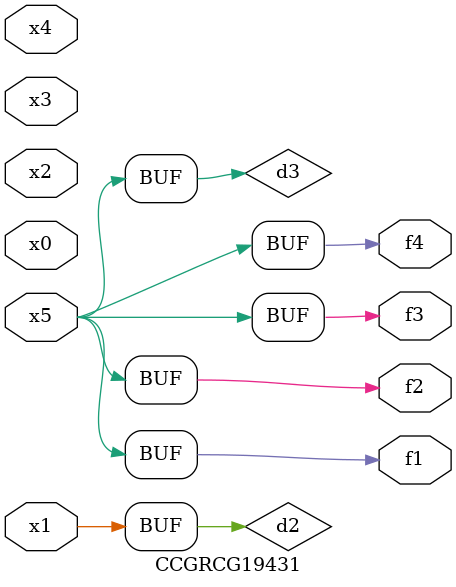
<source format=v>
module CCGRCG19431(
	input x0, x1, x2, x3, x4, x5,
	output f1, f2, f3, f4
);

	wire d1, d2, d3;

	not (d1, x5);
	or (d2, x1);
	xnor (d3, d1);
	assign f1 = d3;
	assign f2 = d3;
	assign f3 = d3;
	assign f4 = d3;
endmodule

</source>
